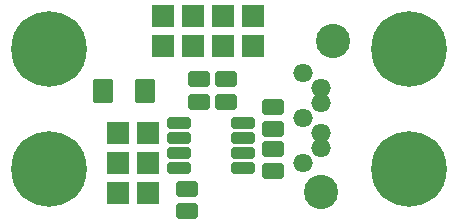
<source format=gbr>
%TF.GenerationSoftware,KiCad,Pcbnew,6.0.4-6f826c9f35~116~ubuntu20.04.1*%
%TF.CreationDate,2022-04-04T17:49:38+00:00*%
%TF.ProjectId,TTLLVDS01A,54544c4c-5644-4533-9031-412e6b696361,rev?*%
%TF.SameCoordinates,Original*%
%TF.FileFunction,Soldermask,Bot*%
%TF.FilePolarity,Negative*%
%FSLAX46Y46*%
G04 Gerber Fmt 4.6, Leading zero omitted, Abs format (unit mm)*
G04 Created by KiCad (PCBNEW 6.0.4-6f826c9f35~116~ubuntu20.04.1) date 2022-04-04 17:49:38*
%MOMM*%
%LPD*%
G01*
G04 APERTURE LIST*
G04 Aperture macros list*
%AMRoundRect*
0 Rectangle with rounded corners*
0 $1 Rounding radius*
0 $2 $3 $4 $5 $6 $7 $8 $9 X,Y pos of 4 corners*
0 Add a 4 corners polygon primitive as box body*
4,1,4,$2,$3,$4,$5,$6,$7,$8,$9,$2,$3,0*
0 Add four circle primitives for the rounded corners*
1,1,$1+$1,$2,$3*
1,1,$1+$1,$4,$5*
1,1,$1+$1,$6,$7*
1,1,$1+$1,$8,$9*
0 Add four rect primitives between the rounded corners*
20,1,$1+$1,$2,$3,$4,$5,0*
20,1,$1+$1,$4,$5,$6,$7,0*
20,1,$1+$1,$6,$7,$8,$9,0*
20,1,$1+$1,$8,$9,$2,$3,0*%
G04 Aperture macros list end*
%ADD10O,1.700000X1.500000*%
%ADD11C,2.900000*%
%ADD12RoundRect,0.200000X-0.762000X-0.762000X0.762000X-0.762000X0.762000X0.762000X-0.762000X0.762000X0*%
%ADD13RoundRect,0.200000X0.762000X-0.762000X0.762000X0.762000X-0.762000X0.762000X-0.762000X-0.762000X0*%
%ADD14RoundRect,0.200000X-0.762000X0.762000X-0.762000X-0.762000X0.762000X-0.762000X0.762000X0.762000X0*%
%ADD15C,6.400000*%
%ADD16RoundRect,0.200000X-0.775000X-0.300000X0.775000X-0.300000X0.775000X0.300000X-0.775000X0.300000X0*%
%ADD17RoundRect,0.200000X-0.698500X0.444500X-0.698500X-0.444500X0.698500X-0.444500X0.698500X0.444500X0*%
%ADD18RoundRect,0.200000X-0.650000X-0.850000X0.650000X-0.850000X0.650000X0.850000X-0.650000X0.850000X0*%
%ADD19RoundRect,0.200000X0.698500X-0.444500X0.698500X0.444500X-0.698500X0.444500X-0.698500X-0.444500X0*%
G04 APERTURE END LIST*
D10*
%TO.C,J6*%
X26644600Y5562600D03*
X28144600Y6832600D03*
X28144600Y8102600D03*
X26644600Y9372600D03*
X28144600Y10642600D03*
X28144600Y11912600D03*
X26644600Y13182600D03*
D11*
X29144600Y15932600D03*
X28144600Y3102600D03*
%TD*%
D12*
%TO.C,J1*%
X10922000Y8128000D03*
X13462000Y8128000D03*
X10922000Y5588000D03*
X13462000Y5588000D03*
X10922000Y3048000D03*
X13462000Y3048000D03*
%TD*%
D13*
%TO.C,J2*%
X19812000Y15494000D03*
X19812000Y18034000D03*
%TD*%
D14*
%TO.C,J3*%
X14732000Y18034000D03*
X14732000Y15494000D03*
%TD*%
%TO.C,J4*%
X17272000Y18034000D03*
X17272000Y15494000D03*
%TD*%
%TO.C,J5*%
X22352000Y18034000D03*
X22352000Y15494000D03*
%TD*%
D15*
%TO.C,M1*%
X35560000Y15240000D03*
%TD*%
%TO.C,M2*%
X5080000Y5080000D03*
%TD*%
%TO.C,M3*%
X5080000Y15240000D03*
%TD*%
%TO.C,M4*%
X35560000Y5080000D03*
%TD*%
D16*
%TO.C,U1*%
X16096000Y5207000D03*
X16096000Y6477000D03*
X16096000Y7747000D03*
X16096000Y9017000D03*
X21496000Y9017000D03*
X21496000Y7747000D03*
X21496000Y6477000D03*
X21496000Y5207000D03*
%TD*%
D17*
%TO.C,C2*%
X16764000Y3429000D03*
X16764000Y1524000D03*
%TD*%
D18*
%TO.C,D1*%
X9708000Y11684000D03*
X13208000Y11684000D03*
%TD*%
D19*
%TO.C,R1*%
X20066000Y10795000D03*
X20066000Y12700000D03*
%TD*%
%TO.C,R2*%
X17780000Y10795000D03*
X17780000Y12700000D03*
%TD*%
%TO.C,R3*%
X24066500Y4889500D03*
X24066500Y6794500D03*
%TD*%
%TO.C,R4*%
X24066500Y8445500D03*
X24066500Y10350500D03*
%TD*%
M02*

</source>
